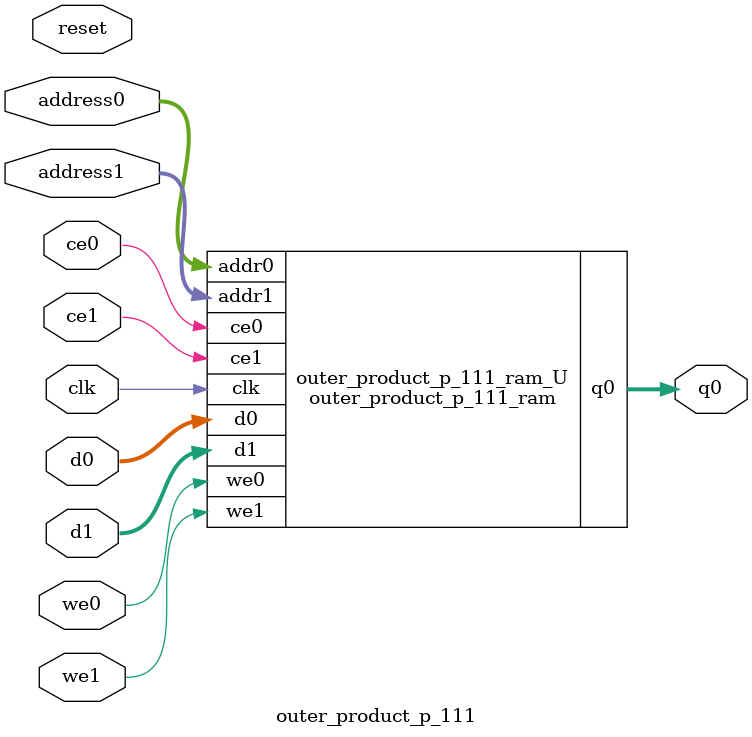
<source format=v>
`timescale 1 ns / 1 ps
module outer_product_p_111_ram (addr0, ce0, d0, we0, q0, addr1, ce1, d1, we1,  clk);

parameter DWIDTH = 5;
parameter AWIDTH = 5;
parameter MEM_SIZE = 20;

input[AWIDTH-1:0] addr0;
input ce0;
input[DWIDTH-1:0] d0;
input we0;
output reg[DWIDTH-1:0] q0;
input[AWIDTH-1:0] addr1;
input ce1;
input[DWIDTH-1:0] d1;
input we1;
input clk;

(* ram_style = "block" *)reg [DWIDTH-1:0] ram[0:MEM_SIZE-1];




always @(posedge clk)  
begin 
    if (ce0) 
    begin
        if (we0) 
        begin 
            ram[addr0] <= d0; 
        end 
        q0 <= ram[addr0];
    end
end


always @(posedge clk)  
begin 
    if (ce1) 
    begin
        if (we1) 
        begin 
            ram[addr1] <= d1; 
        end 
    end
end


endmodule

`timescale 1 ns / 1 ps
module outer_product_p_111(
    reset,
    clk,
    address0,
    ce0,
    we0,
    d0,
    q0,
    address1,
    ce1,
    we1,
    d1);

parameter DataWidth = 32'd5;
parameter AddressRange = 32'd20;
parameter AddressWidth = 32'd5;
input reset;
input clk;
input[AddressWidth - 1:0] address0;
input ce0;
input we0;
input[DataWidth - 1:0] d0;
output[DataWidth - 1:0] q0;
input[AddressWidth - 1:0] address1;
input ce1;
input we1;
input[DataWidth - 1:0] d1;



outer_product_p_111_ram outer_product_p_111_ram_U(
    .clk( clk ),
    .addr0( address0 ),
    .ce0( ce0 ),
    .we0( we0 ),
    .d0( d0 ),
    .q0( q0 ),
    .addr1( address1 ),
    .ce1( ce1 ),
    .we1( we1 ),
    .d1( d1 ));

endmodule


</source>
